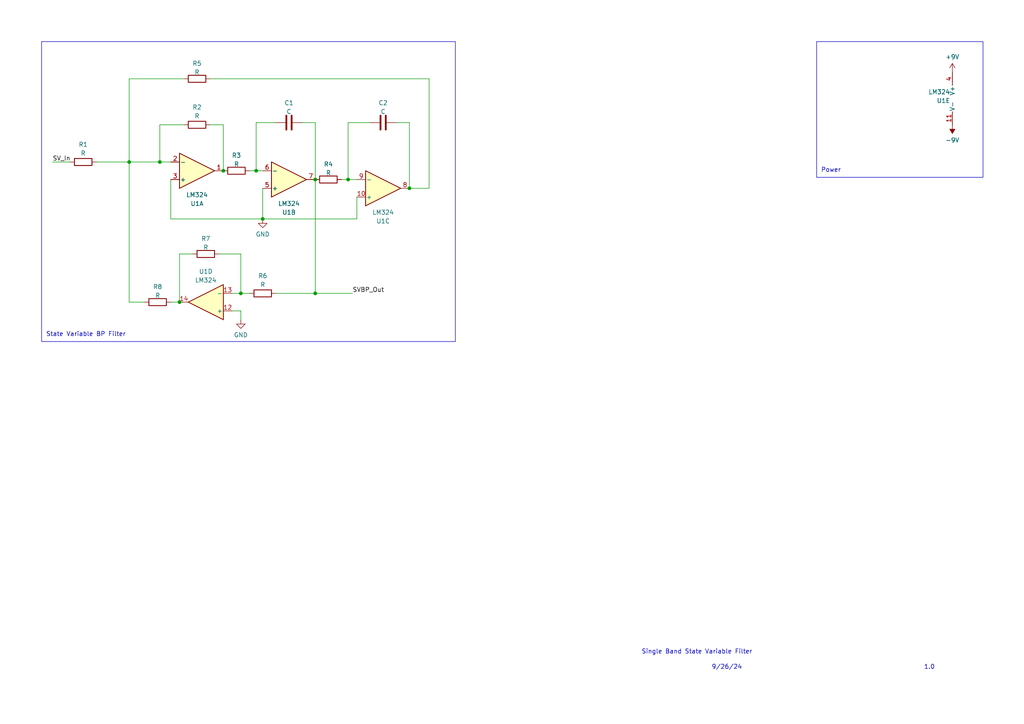
<source format=kicad_sch>
(kicad_sch (version 20230121) (generator eeschema)
  (paper "A4")
  (lib_symbols
    (symbol "Amplifier_Operational:LM324" (pin_names (offset 0.127))
      (property "Reference" "U" (at 0 5.08 0))
      (property "Value" "LM324" (at 0 -5.08 0))
      (symbol "LM324_1_1"
        (polyline (pts (xy -5.08 5.08) (xy 5.08 0) (xy -5.08 -5.08) (xy -5.08 5.08)) (stroke (width 0.254)) (fill (type background)))
        (pin output line (at 7.62 0 180) (length 2.54) (name "~") (number "1"))
        (pin input line (at -7.62 -2.54 0) (length 2.54) (name "-") (number "2"))
        (pin input line (at -7.62 2.54 0) (length 2.54) (name "+") (number "3"))
      )
      (symbol "LM324_2_1"
        (polyline (pts (xy -5.08 5.08) (xy 5.08 0) (xy -5.08 -5.08) (xy -5.08 5.08)) (stroke (width 0.254)) (fill (type background)))
        (pin input line (at -7.62 2.54 0) (length 2.54) (name "+") (number "5"))
        (pin input line (at -7.62 -2.54 0) (length 2.54) (name "-") (number "6"))
        (pin output line (at 7.62 0 180) (length 2.54) (name "~") (number "7"))
      )
      (symbol "LM324_3_1"
        (polyline (pts (xy -5.08 5.08) (xy 5.08 0) (xy -5.08 -5.08) (xy -5.08 5.08)) (stroke (width 0.254)) (fill (type background)))
        (pin input line (at -7.62 2.54 0) (length 2.54) (name "+") (number "10"))
        (pin output line (at 7.62 0 180) (length 2.54) (name "~") (number "8"))
        (pin input line (at -7.62 -2.54 0) (length 2.54) (name "-") (number "9"))
      )
      (symbol "LM324_4_1"
        (polyline (pts (xy -5.08 5.08) (xy 5.08 0) (xy -5.08 -5.08) (xy -5.08 5.08)) (stroke (width 0.254)) (fill (type background)))
        (pin input line (at -7.62 2.54 0) (length 2.54) (name "+") (number "12"))
        (pin input line (at -7.62 -2.54 0) (length 2.54) (name "-") (number "13"))
        (pin output line (at 7.62 0 180) (length 2.54) (name "~") (number "14"))
      )
      (symbol "LM324_5_1"
        (pin power_in line (at -2.54 -7.62 90) (length 3.81) (name "V-") (number "11"))
        (pin power_in line (at -2.54 7.62 270) (length 3.81) (name "V+") (number "4"))
      )
    )
    (symbol "Device:C" (pin_numbers hide) (pin_names (offset 0.254))
      (property "Reference" "C" (at 0.635 2.54 0))
      (property "Value" "C" (at 0.635 -2.54 0))
      (symbol "C_0_1"
        (polyline (pts (xy -2.032 -0.762) (xy 2.032 -0.762)) (stroke (width 0.508)))
        (polyline (pts (xy -2.032 0.762) (xy 2.032 0.762)) (stroke (width 0.508)))
      )
      (symbol "C_1_1"
        (pin passive line (at 0 3.81 270) (length 2.794) (name "~") (number "1"))
        (pin passive line (at 0 -3.81 90) (length 2.794) (name "~") (number "2"))
      )
    )
    (symbol "Device:R" (pin_numbers hide) (pin_names (offset 0))
      (property "Reference" "R" (at 2.032 0 90))
      (property "Value" "R" (at 0 0 90))
      (symbol "R_0_1"
        (rectangle (start -1.016 -2.54) (end 1.016 2.54) (stroke (width 0.254)))
      )
      (symbol "R_1_1"
        (pin passive line (at 0 3.81 270) (length 1.27) (name "~") (number "1"))
        (pin passive line (at 0 -3.81 90) (length 1.27) (name "~") (number "2"))
      )
    )
    (symbol "power:+9V" (power) (pin_names (offset 0))
      (property "Value" "+9V" (at 0 3.556 0))
      (symbol "+9V_0_1"
        (polyline (pts (xy -0.762 1.27) (xy 0 2.54)))
        (polyline (pts (xy 0 0) (xy 0 2.54)))
        (polyline (pts (xy 0 2.54) (xy 0.762 1.27)))
      )
      (symbol "+9V_1_1"
        (pin power_in line (at 0 0 90) (length 0) hide (name "+9V") (number "1"))
      )
    )
    (symbol "power:-9V" (power) (pin_names (offset 0))
      (property "Value" "-9V" (at 0 3.81 0))
      (symbol "-9V_0_1"
        (polyline (pts (xy 0 0) (xy 0 2.54)))
        (polyline (pts (xy 0.762 1.27) (xy -0.762 1.27) (xy 0 2.54) (xy 0.762 1.27)) (fill (type outline)))
      )
      (symbol "-9V_1_1"
        (pin power_in line (at 0 0 90) (length 0) hide (name "-9V") (number "1"))
      )
    )
    (symbol "power:GND" (power) (pin_names (offset 0))
      (property "Value" "GND" (at 0 -3.81 0))
      (symbol "GND_0_1"
        (polyline (pts (xy 0 0) (xy 0 -1.27) (xy 1.27 -1.27) (xy 0 -2.54) (xy -1.27 -1.27) (xy 0 -1.27)))
      )
      (symbol "GND_1_1"
        (pin power_in line (at 0 0 270) (length 0) hide (name "GND") (number "1"))
      )
    )
  )
  (junction (at 100.965 52.07))
  (junction (at 37.465 46.99))
  (junction (at 91.44 85.09))
  (junction (at 118.745 54.61))
  (junction (at 91.44 52.07))
  (junction (at 64.77 49.53))
  (junction (at 52.07 87.63))
  (junction (at 69.85 85.09))
  (junction (at 46.355 46.99))
  (junction (at 74.295 49.53))
  (junction (at 76.2 63.5))
  (wire (pts (xy 27.94 46.99) (xy 37.465 46.99)))
  (wire (pts (xy 49.53 63.5) (xy 76.2 63.5)))
  (wire (pts (xy 67.31 90.17) (xy 69.85 90.17)))
  (wire (pts (xy 49.53 52.07) (xy 49.53 63.5)))
  (wire (pts (xy 60.96 22.86) (xy 124.46 22.86)))
  (wire (pts (xy 69.85 73.66) (xy 63.5 73.66)))
  (wire (pts (xy 76.2 63.5) (xy 103.505 63.5)))
  (wire (pts (xy 37.465 46.99) (xy 46.355 46.99)))
  (wire (pts (xy 74.295 49.53) (xy 76.2 49.53)))
  (wire (pts (xy 91.44 52.07) (xy 91.44 85.09)))
  (wire (pts (xy 72.39 49.53) (xy 74.295 49.53)))
  (wire (pts (xy 69.85 85.09) (xy 69.85 73.66)))
  (wire (pts (xy 118.745 35.56) (xy 118.745 54.61)))
  (wire (pts (xy 114.935 35.56) (xy 118.745 35.56)))
  (wire (pts (xy 55.88 73.66) (xy 52.07 73.66)))
  (wire (pts (xy 46.355 36.195) (xy 53.34 36.195)))
  (wire (pts (xy 53.34 22.86) (xy 37.465 22.86)))
  (wire (pts (xy 69.85 90.17) (xy 69.85 92.71)))
  (wire (pts (xy 99.06 52.07) (xy 100.965 52.07)))
  (wire (pts (xy 91.44 85.09) (xy 80.01 85.09)))
  (wire (pts (xy 100.965 52.07) (xy 100.965 35.56)))
  (wire (pts (xy 91.44 35.56) (xy 91.44 52.07)))
  (wire (pts (xy 64.77 36.195) (xy 64.77 49.53)))
  (wire (pts (xy 46.355 46.99) (xy 46.355 36.195)))
  (wire (pts (xy 60.96 36.195) (xy 64.77 36.195)))
  (wire (pts (xy 37.465 22.86) (xy 37.465 46.99)))
  (wire (pts (xy 74.295 35.56) (xy 80.01 35.56)))
  (wire (pts (xy 118.745 54.61) (xy 124.46 54.61)))
  (wire (pts (xy 87.63 35.56) (xy 91.44 35.56)))
  (wire (pts (xy 91.44 85.09) (xy 102.235 85.09)))
  (wire (pts (xy 76.2 54.61) (xy 76.2 63.5)))
  (wire (pts (xy 100.965 35.56) (xy 107.315 35.56)))
  (wire (pts (xy 103.505 63.5) (xy 103.505 57.15)))
  (wire (pts (xy 67.31 85.09) (xy 69.85 85.09)))
  (wire (pts (xy 100.965 52.07) (xy 103.505 52.07)))
  (wire (pts (xy 49.53 87.63) (xy 52.07 87.63)))
  (wire (pts (xy 15.24 46.99) (xy 20.32 46.99)))
  (wire (pts (xy 52.07 73.66) (xy 52.07 87.63)))
  (wire (pts (xy 41.91 87.63) (xy 37.465 87.63)))
  (wire (pts (xy 69.85 85.09) (xy 72.39 85.09)))
  (wire (pts (xy 124.46 54.61) (xy 124.46 22.86)))
  (wire (pts (xy 46.355 46.99) (xy 49.53 46.99)))
  (wire (pts (xy 37.465 87.63) (xy 37.465 46.99)))
  (wire (pts (xy 74.295 49.53) (xy 74.295 35.56)))
  (rectangle (start 12.065 12.065) (end 132.08 99.06))
  (rectangle (start 236.855 12.065) (end 285.115 51.435))
  (text "Single Band State Variable Filter\n" (at 186.055 189.865 0) (effects (font (size 1.27 1.27)) (justify left bottom)))
  (text "1.0\n" (at 267.97 194.31 0) (effects (font (size 1.27 1.27)) (justify left bottom)))
  (text "9/26/24" (at 206.375 194.31 0) (effects (font (size 1.27 1.27)) (justify left bottom)))
  (text "Power" (at 238.125 50.165 0) (effects (font (size 1.27 1.27)) (justify left bottom)))
  (text "State Variable BP Filter" (at 13.335 97.79 0) (effects (font (size 1.27 1.27)) (justify left bottom)))
  (label "SV_In" (at 15.24 46.99 0))
  (label "SVBP_Out" (at 102.235 85.09 0))
  (symbol (lib_id "power:GND") (at 76.2 63.5 0) (unit 1)
    (property "Reference" "#PWR03" (effects hide))
    (property "Value" "GND" (at 76.2 67.945 0))
  )
  (symbol (lib_id "Device:C") (at 111.125 35.56 90) (unit 1)
    (property "Reference" "C2" (at 111.125 29.845 90))
    (property "Value" "C" (at 111.125 32.385 90))
  )
  (symbol (lib_id "Device:R") (at 45.72 87.63 90) (unit 1)
    (property "Reference" "R8" (at 45.72 83.185 90))
    (property "Value" "R" (at 45.72 85.725 90))
  )
  (symbol (lib_id "Device:R") (at 57.15 36.195 90) (unit 1)
    (property "Reference" "R2" (at 57.15 31.115 90))
    (property "Value" "R" (at 57.15 33.655 90))
  )
  (symbol (lib_id "Device:C") (at 83.82 35.56 270) (unit 1)
    (property "Reference" "C1" (at 83.82 29.845 90))
    (property "Value" "C" (at 83.82 32.385 90))
  )
  (symbol (lib_id "Amplifier_Operational:LM324") (at 278.765 28.575 0) (unit 5)
    (property "Reference" "U1" (at 275.59 29.21 0) (effects (justify right)))
    (property "Value" "LM324" (at 275.59 26.67 0) (effects (justify right)))
    (property "Datasheet" "http://www.ti.com/lit/ds/symlink/lm2902-n.pdf" (effects hide))
  )
  (symbol (lib_id "Device:R") (at 59.69 73.66 90) (unit 1)
    (property "Reference" "R7" (at 59.69 69.215 90))
    (property "Value" "R" (at 59.69 71.755 90))
  )
  (symbol (lib_id "Amplifier_Operational:LM324") (at 59.69 87.63 180) (unit 4)
    (property "Reference" "U1" (at 59.69 78.74 0))
    (property "Value" "LM324" (at 59.69 81.28 0))
    (property "Datasheet" "http://www.ti.com/lit/ds/symlink/lm2902-n.pdf" (effects hide))
  )
  (symbol (lib_id "Amplifier_Operational:LM324") (at 111.125 54.61 0) (mirror x) (unit 3)
    (property "Reference" "U1" (at 111.125 64.135 0))
    (property "Value" "LM324" (at 111.125 61.595 0))
    (property "Datasheet" "http://www.ti.com/lit/ds/symlink/lm2902-n.pdf" (effects hide))
  )
  (symbol (lib_id "power:GND") (at 69.85 92.71 0) (unit 1)
    (property "Reference" "#PWR04" (effects hide))
    (property "Value" "GND" (at 69.85 97.155 0))
  )
  (symbol (lib_id "Device:R") (at 95.25 52.07 90) (unit 1)
    (property "Reference" "R4" (at 95.25 47.625 90))
    (property "Value" "R" (at 95.25 50.165 90))
  )
  (symbol (lib_id "Device:R") (at 68.58 49.53 90) (unit 1)
    (property "Reference" "R3" (at 68.58 45.085 90))
    (property "Value" "R" (at 68.58 47.625 90))
  )
  (symbol (lib_id "power:+9V") (at 276.225 20.955 0) (unit 1)
    (property "Reference" "#PWR02" (effects hide))
    (property "Value" "+9V" (at 276.225 16.51 0))
  )
  (symbol (lib_id "Device:R") (at 57.15 22.86 90) (unit 1)
    (property "Reference" "R5" (at 57.15 18.415 90))
    (property "Value" "R" (at 57.15 20.955 90))
  )
  (symbol (lib_id "power:-9V") (at 276.225 36.195 180) (unit 1)
    (property "Reference" "#PWR01" (effects hide))
    (property "Value" "-9V" (at 276.225 40.64 0))
  )
  (symbol (lib_id "Device:R") (at 76.2 85.09 90) (unit 1)
    (property "Reference" "R6" (at 76.2 80.01 90))
    (property "Value" "R" (at 76.2 82.55 90))
  )
  (symbol (lib_id "Amplifier_Operational:LM324") (at 57.15 49.53 0) (mirror x) (unit 1)
    (property "Reference" "U1" (at 57.15 59.055 0))
    (property "Value" "LM324" (at 57.15 56.515 0))
    (property "Datasheet" "http://www.ti.com/lit/ds/symlink/lm2902-n.pdf" (effects hide))
  )
  (symbol (lib_id "Device:R") (at 24.13 46.99 90) (unit 1)
    (property "Reference" "R1" (at 24.13 41.91 90))
    (property "Value" "R" (at 24.13 44.45 90))
  )
  (symbol (lib_id "Amplifier_Operational:LM324") (at 83.82 52.07 0) (mirror x) (unit 2)
    (property "Reference" "U1" (at 83.82 61.595 0))
    (property "Value" "LM324" (at 83.82 59.055 0))
    (property "Datasheet" "http://www.ti.com/lit/ds/symlink/lm2902-n.pdf" (effects hide))
  )
)
</source>
